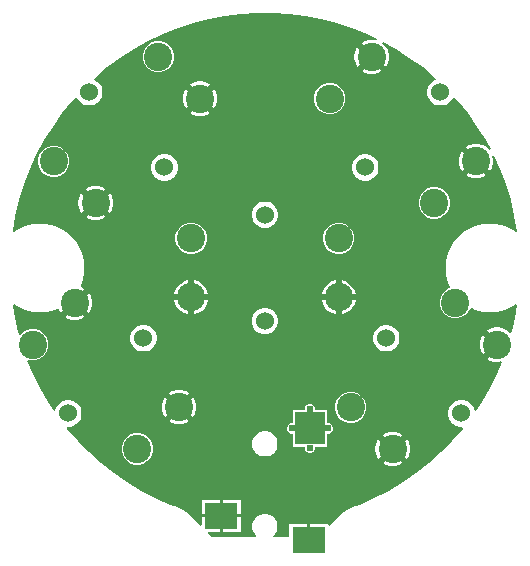
<source format=gtl>
G04*
G04 #@! TF.GenerationSoftware,Altium Limited,Altium Designer,23.8.1 (32)*
G04*
G04 Layer_Physical_Order=1*
G04 Layer_Color=255*
%FSLAX26Y26*%
%MOIN*%
G70*
G04*
G04 #@! TF.SameCoordinates,C2A49AF8-9E88-4C2C-BBB5-2A61B6A386C2*
G04*
G04*
G04 #@! TF.FilePolarity,Positive*
G04*
G01*
G75*
%ADD11R,0.110236X0.086614*%
%ADD12R,0.102362X0.110236*%
%ADD19C,0.094488*%
%ADD20C,0.060000*%
%ADD21C,0.024000*%
G36*
X80793Y846096D02*
X134293Y839268D01*
X187251Y829061D01*
X239457Y815516D01*
X290699Y798686D01*
X340769Y778641D01*
X372666Y763458D01*
X370930Y758747D01*
X363141Y760834D01*
X348068D01*
X333509Y756933D01*
X322664Y750672D01*
X362675Y710661D01*
X402686Y670650D01*
X408947Y681495D01*
X412848Y696054D01*
Y711126D01*
X408947Y725685D01*
X401411Y738739D01*
X391594Y748556D01*
X394636Y752585D01*
X436596Y729239D01*
X481969Y700080D01*
X525401Y668101D01*
X566718Y633433D01*
X569284Y630985D01*
X567535Y625744D01*
X558309Y620418D01*
X550132Y612241D01*
X544351Y602226D01*
X541358Y591057D01*
Y579493D01*
X544351Y568323D01*
X550132Y558309D01*
X558309Y550132D01*
X568323Y544351D01*
X579493Y541358D01*
X591057D01*
X602226Y544351D01*
X612241Y550132D01*
X620418Y558309D01*
X625625Y567328D01*
X630940Y568943D01*
X642345Y556595D01*
X676353Y514735D01*
X707638Y470801D01*
X736073Y424973D01*
X752030Y395191D01*
X747972Y392178D01*
X738739Y401411D01*
X725685Y408947D01*
X711126Y412848D01*
X696054D01*
X681495Y408947D01*
X670650Y402686D01*
X710661Y362675D01*
X750672Y322664D01*
X756933Y333509D01*
X760834Y348068D01*
Y363141D01*
X758363Y372364D01*
X763084Y374061D01*
X783950Y328372D01*
X803198Y277990D01*
X819212Y226488D01*
X831928Y174074D01*
X840927Y123039D01*
X836378Y120137D01*
X836354Y120133D01*
X826211Y126911D01*
X813182Y133875D01*
X799987Y139340D01*
X785850Y143629D01*
X771843Y146415D01*
X757141Y147863D01*
X742859D01*
X728157Y146415D01*
X714150Y143629D01*
X700012Y139340D01*
X686818Y133875D01*
X673789Y126911D01*
X661915Y118976D01*
X650494Y109604D01*
X640396Y99506D01*
X640396Y99506D01*
X631024Y88085D01*
X623089Y76211D01*
X616125Y63182D01*
X610660Y49987D01*
X606371Y35850D01*
X603585Y21843D01*
X602137Y7141D01*
Y-7141D01*
X603585Y-21843D01*
X606371Y-35850D01*
X610660Y-49988D01*
X615700Y-62156D01*
X614230Y-67726D01*
X602317Y-74604D01*
X592590Y-84331D01*
X585712Y-96245D01*
X582152Y-109532D01*
Y-123288D01*
X585712Y-136575D01*
X592590Y-148489D01*
X602317Y-158216D01*
X614230Y-165094D01*
X627518Y-168654D01*
X641274D01*
X654561Y-165094D01*
X666474Y-158216D01*
X676201Y-148489D01*
X683079Y-136576D01*
X688764Y-134681D01*
X700012Y-139340D01*
X714150Y-143629D01*
X728157Y-146415D01*
X742859Y-147863D01*
X757141D01*
X771843Y-146415D01*
X785850Y-143629D01*
X799987Y-139340D01*
X813182Y-133875D01*
X826211Y-126911D01*
X835883Y-120448D01*
X840515Y-123367D01*
X837032Y-147591D01*
X825986Y-200382D01*
X821742Y-215730D01*
X816147Y-217206D01*
X808739Y-209798D01*
X795685Y-202261D01*
X781126Y-198360D01*
X766054D01*
X751495Y-202261D01*
X740650Y-208522D01*
X780661Y-248533D01*
X773590Y-255604D01*
X780661Y-262675D01*
X740650Y-302686D01*
X751495Y-308947D01*
X766054Y-312848D01*
X781126D01*
X785627Y-311642D01*
X788916Y-315408D01*
X773137Y-353080D01*
X749186Y-401405D01*
X722220Y-448112D01*
X703500Y-476249D01*
X698085Y-475361D01*
X696199Y-468323D01*
X690418Y-458309D01*
X682241Y-450132D01*
X672226Y-444350D01*
X661057Y-441358D01*
X649493D01*
X638323Y-444350D01*
X628309Y-450132D01*
X620132Y-458309D01*
X614351Y-468323D01*
X611358Y-479493D01*
Y-491057D01*
X614351Y-502226D01*
X620132Y-512241D01*
X628309Y-520417D01*
X638323Y-526199D01*
X649493Y-529192D01*
X658530D01*
X661008Y-534192D01*
X659682Y-535934D01*
X624362Y-576695D01*
X586529Y-615133D01*
X546333Y-651096D01*
X503938Y-684435D01*
X459515Y-715019D01*
X413240Y-742723D01*
X365302Y-767437D01*
X315892Y-789062D01*
X290552Y-798284D01*
X288570Y-799235D01*
X286466Y-799873D01*
X279704Y-803488D01*
X272791Y-806803D01*
X271033Y-808122D01*
X269094Y-809159D01*
X263166Y-814024D01*
X257034Y-818624D01*
X255566Y-820261D01*
X253867Y-821656D01*
X215407Y-860115D01*
X210787Y-858202D01*
Y-852205D01*
X150669D01*
Y-905512D01*
X140669D01*
Y-852205D01*
X80551D01*
Y-898291D01*
X30310D01*
X28239Y-893291D01*
X33567Y-887962D01*
X39090Y-878396D01*
X41949Y-867727D01*
Y-856682D01*
X39090Y-846013D01*
X33567Y-836447D01*
X25757Y-828637D01*
X16192Y-823115D01*
X5523Y-820256D01*
X-5523D01*
X-16192Y-823115D01*
X-25757Y-828637D01*
X-33567Y-836447D01*
X-39090Y-846013D01*
X-41949Y-856682D01*
Y-867727D01*
X-39090Y-878396D01*
X-33567Y-887962D01*
X-28239Y-893291D01*
X-30310Y-898291D01*
X-177232D01*
X-190824Y-884698D01*
X-188911Y-880079D01*
X-150669D01*
Y-831772D01*
X-210787D01*
Y-858202D01*
X-215407Y-860115D01*
X-253867Y-821656D01*
X-255566Y-820261D01*
X-257034Y-818624D01*
X-263166Y-814023D01*
X-269094Y-809159D01*
X-271033Y-808122D01*
X-272791Y-806803D01*
X-279704Y-803488D01*
X-286466Y-799873D01*
X-288570Y-799235D01*
X-290552Y-798284D01*
X-315892Y-789061D01*
X-365301Y-767438D01*
X-413240Y-742723D01*
X-459515Y-715019D01*
X-503939Y-684435D01*
X-546334Y-651095D01*
X-586530Y-615133D01*
X-624362Y-576695D01*
X-659681Y-535935D01*
X-661008Y-534192D01*
X-658530Y-529192D01*
X-649493D01*
X-638323Y-526199D01*
X-628309Y-520418D01*
X-620132Y-512241D01*
X-614351Y-502226D01*
X-611358Y-491057D01*
Y-479493D01*
X-614351Y-468323D01*
X-620132Y-458309D01*
X-628309Y-450132D01*
X-638323Y-444351D01*
X-649493Y-441358D01*
X-661057D01*
X-672226Y-444351D01*
X-682241Y-450132D01*
X-690418Y-458309D01*
X-696199Y-468323D01*
X-698085Y-475361D01*
X-703500Y-476250D01*
X-722219Y-448113D01*
X-749186Y-401405D01*
X-773137Y-353079D01*
X-791359Y-309577D01*
X-788069Y-305812D01*
X-780468Y-307848D01*
X-766712D01*
X-753424Y-304288D01*
X-741511Y-297410D01*
X-731784Y-287683D01*
X-724906Y-275770D01*
X-721346Y-262482D01*
Y-248726D01*
X-724906Y-235439D01*
X-731784Y-223526D01*
X-741511Y-213799D01*
X-753424Y-206921D01*
X-766712Y-203360D01*
X-780468D01*
X-793755Y-206921D01*
X-805668Y-213799D01*
X-814615Y-222746D01*
X-819911Y-222356D01*
X-825986Y-200382D01*
X-837032Y-147591D01*
X-840515Y-123367D01*
X-835883Y-120448D01*
X-826211Y-126911D01*
X-813182Y-133875D01*
X-799988Y-139340D01*
X-785850Y-143629D01*
X-771843Y-146415D01*
X-757141Y-147863D01*
X-742859D01*
X-728157Y-146415D01*
X-714150Y-143629D01*
X-700013Y-139340D01*
X-692267Y-136132D01*
X-687782Y-138343D01*
X-687739Y-138506D01*
X-681478Y-149350D01*
X-641467Y-109339D01*
X-601456Y-69328D01*
X-612300Y-63067D01*
X-614353Y-58904D01*
X-610660Y-49988D01*
X-606371Y-35850D01*
X-603585Y-21843D01*
X-602137Y-7141D01*
Y7141D01*
X-603585Y21843D01*
X-606371Y35850D01*
X-610660Y49987D01*
X-616125Y63182D01*
X-623089Y76211D01*
X-631024Y88085D01*
X-640396Y99506D01*
X-650494Y109603D01*
X-650494Y109604D01*
X-661915Y118976D01*
X-673789Y126911D01*
X-686818Y133875D01*
X-700013Y139340D01*
X-714150Y143629D01*
X-728157Y146415D01*
X-742859Y147863D01*
X-757141D01*
X-771843Y146415D01*
X-785850Y143629D01*
X-799988Y139340D01*
X-813182Y133875D01*
X-826211Y126911D01*
X-836355Y120133D01*
X-836378Y120137D01*
X-840927Y123039D01*
X-831928Y174073D01*
X-819212Y226488D01*
X-803198Y277990D01*
X-783950Y328372D01*
X-761545Y377433D01*
X-736073Y424972D01*
X-707638Y470801D01*
X-676354Y514735D01*
X-642345Y556595D01*
X-630940Y568943D01*
X-625625Y567328D01*
X-620418Y558309D01*
X-612241Y550132D01*
X-602226Y544351D01*
X-591057Y541358D01*
X-579493D01*
X-568323Y544351D01*
X-558309Y550132D01*
X-550132Y558309D01*
X-544351Y568323D01*
X-541358Y579493D01*
Y591057D01*
X-544351Y602226D01*
X-550132Y612241D01*
X-558309Y620418D01*
X-567535Y625744D01*
X-569284Y630985D01*
X-566718Y633433D01*
X-525400Y668102D01*
X-481969Y700080D01*
X-436598Y729238D01*
X-389468Y755461D01*
X-340769Y778641D01*
X-290699Y798686D01*
X-239457Y815516D01*
X-187251Y829061D01*
X-134293Y839268D01*
X-80793Y846096D01*
X-26967Y849517D01*
X26967D01*
X80793Y846096D01*
D02*
G37*
%LPC*%
G36*
X308522Y736530D02*
X302261Y725685D01*
X298360Y711126D01*
Y696054D01*
X302261Y681495D01*
X308522Y670650D01*
X341462Y703590D01*
X308522Y736530D01*
D02*
G37*
G36*
X-348726Y755834D02*
X-362482D01*
X-375770Y752274D01*
X-387683Y745396D01*
X-397410Y735669D01*
X-404288Y723755D01*
X-407848Y710468D01*
Y696712D01*
X-404288Y683425D01*
X-397410Y671511D01*
X-387683Y661784D01*
X-375770Y654906D01*
X-362482Y651346D01*
X-348726D01*
X-335439Y654906D01*
X-323526Y661784D01*
X-313799Y671511D01*
X-306921Y683425D01*
X-303360Y696712D01*
Y710468D01*
X-306921Y723755D01*
X-313799Y735669D01*
X-323526Y745396D01*
X-335439Y752274D01*
X-348726Y755834D01*
D02*
G37*
G36*
X355604Y689448D02*
X322664Y656508D01*
X333509Y650247D01*
X348068Y646346D01*
X363141D01*
X377700Y650247D01*
X388544Y656508D01*
X355604Y689448D01*
D02*
G37*
G36*
X-208874Y621640D02*
X-223946D01*
X-238506Y617739D01*
X-249350Y611478D01*
X-216410Y578538D01*
X-183470Y611478D01*
X-194315Y617739D01*
X-208874Y621640D01*
D02*
G37*
G36*
X-169328Y597336D02*
X-202268Y564396D01*
X-169328Y531456D01*
X-163067Y542300D01*
X-159166Y556860D01*
Y571932D01*
X-163067Y586491D01*
X-169328Y597336D01*
D02*
G37*
G36*
X-263492D02*
X-269753Y586491D01*
X-273654Y571932D01*
Y556860D01*
X-269753Y542300D01*
X-263492Y531456D01*
X-230552Y564396D01*
X-263492Y597336D01*
D02*
G37*
G36*
X223288Y616640D02*
X209532D01*
X196245Y613079D01*
X184332Y606201D01*
X174604Y596474D01*
X167726Y584561D01*
X164166Y571274D01*
Y557518D01*
X167726Y544230D01*
X174604Y532317D01*
X184332Y522590D01*
X196245Y515712D01*
X209532Y512152D01*
X223288D01*
X236576Y515712D01*
X248489Y522590D01*
X258216Y532317D01*
X265094Y544230D01*
X268654Y557518D01*
Y571274D01*
X265094Y584561D01*
X258216Y596474D01*
X248489Y606201D01*
X236576Y613079D01*
X223288Y616640D01*
D02*
G37*
G36*
X-216410Y550254D02*
X-249350Y517314D01*
X-238506Y511053D01*
X-223946Y507152D01*
X-208874D01*
X-194315Y511053D01*
X-183470Y517314D01*
X-216410Y550254D01*
D02*
G37*
G36*
X656508Y388544D02*
X650247Y377700D01*
X646346Y363141D01*
Y348068D01*
X650247Y333509D01*
X656508Y322665D01*
X689448Y355604D01*
X656508Y388544D01*
D02*
G37*
G36*
X-696712Y407849D02*
X-710468D01*
X-723755Y404288D01*
X-735668Y397410D01*
X-745396Y387683D01*
X-752274Y375770D01*
X-755834Y362483D01*
Y348726D01*
X-752274Y335439D01*
X-745396Y323526D01*
X-735668Y313799D01*
X-723755Y306921D01*
X-710468Y303360D01*
X-696712D01*
X-683424Y306921D01*
X-671511Y313799D01*
X-661784Y323526D01*
X-654906Y335439D01*
X-651346Y348726D01*
Y362483D01*
X-654906Y375770D01*
X-661784Y387683D01*
X-671511Y397410D01*
X-683424Y404288D01*
X-696712Y407849D01*
D02*
G37*
G36*
X703590Y341462D02*
X670650Y308522D01*
X681495Y302261D01*
X696054Y298360D01*
X711126D01*
X725685Y302261D01*
X736530Y308522D01*
X703590Y341462D01*
D02*
G37*
G36*
X-328943Y378642D02*
X-340507D01*
X-351677Y375650D01*
X-361691Y369868D01*
X-369868Y361691D01*
X-375649Y351677D01*
X-378642Y340507D01*
Y328943D01*
X-375649Y317774D01*
X-369868Y307759D01*
X-361691Y299583D01*
X-351677Y293801D01*
X-340507Y290808D01*
X-328943D01*
X-317774Y293801D01*
X-307759Y299583D01*
X-299582Y307759D01*
X-293801Y317774D01*
X-290808Y328943D01*
Y340507D01*
X-293801Y351677D01*
X-299582Y361691D01*
X-307759Y369868D01*
X-317774Y375650D01*
X-328943Y378642D01*
D02*
G37*
G36*
X340507Y378642D02*
X328943D01*
X317774Y375649D01*
X307759Y369868D01*
X299582Y361691D01*
X293801Y351677D01*
X290808Y340507D01*
Y328943D01*
X293801Y317774D01*
X299582Y307759D01*
X307759Y299582D01*
X317774Y293801D01*
X328943Y290808D01*
X340507D01*
X351677Y293801D01*
X361691Y299582D01*
X369868Y307759D01*
X375649Y317774D01*
X378642Y328943D01*
Y340507D01*
X375649Y351677D01*
X369868Y361691D01*
X361691Y369868D01*
X351677Y375649D01*
X340507Y378642D01*
D02*
G37*
G36*
X-556859Y273654D02*
X-571932D01*
X-586491Y269753D01*
X-597335Y263492D01*
X-564396Y230553D01*
X-531456Y263492D01*
X-542300Y269753D01*
X-556859Y273654D01*
D02*
G37*
G36*
X-517314Y249350D02*
X-550254Y216411D01*
X-517314Y183471D01*
X-511053Y194315D01*
X-507152Y208874D01*
Y223946D01*
X-511053Y238506D01*
X-517314Y249350D01*
D02*
G37*
G36*
X-611477D02*
X-617739Y238506D01*
X-621640Y223946D01*
Y208874D01*
X-617739Y194315D01*
X-611478Y183471D01*
X-578538Y216411D01*
X-611477Y249350D01*
D02*
G37*
G36*
X571274Y268654D02*
X557518D01*
X544230Y265094D01*
X532317Y258216D01*
X522590Y248489D01*
X515712Y236576D01*
X512152Y223288D01*
Y209532D01*
X515712Y196245D01*
X522590Y184332D01*
X532317Y174604D01*
X544230Y167726D01*
X557518Y164166D01*
X571274D01*
X584561Y167726D01*
X596474Y174604D01*
X606201Y184332D01*
X613079Y196245D01*
X616640Y209532D01*
Y223288D01*
X613079Y236576D01*
X606201Y248489D01*
X596474Y258216D01*
X584561Y265094D01*
X571274Y268654D01*
D02*
G37*
G36*
X-564396Y202268D02*
X-597336Y169328D01*
X-586491Y163067D01*
X-571932Y159166D01*
X-556859D01*
X-542300Y163067D01*
X-531456Y169328D01*
X-564396Y202268D01*
D02*
G37*
G36*
X5782Y221083D02*
X-5782D01*
X-16951Y218090D01*
X-26966Y212308D01*
X-35143Y204131D01*
X-40924Y194117D01*
X-43917Y182947D01*
Y171384D01*
X-40924Y160214D01*
X-35143Y150200D01*
X-26966Y142023D01*
X-16951Y136241D01*
X-5782Y133248D01*
X5782D01*
X16951Y136241D01*
X26966Y142023D01*
X35143Y150200D01*
X40924Y160214D01*
X43917Y171384D01*
Y182947D01*
X40924Y194117D01*
X35143Y204131D01*
X26966Y212308D01*
X16951Y218090D01*
X5782Y221083D01*
D02*
G37*
G36*
X252941Y150669D02*
X239185D01*
X225898Y147109D01*
X213984Y140231D01*
X204257Y130504D01*
X197379Y118591D01*
X193819Y105303D01*
Y91547D01*
X197379Y78260D01*
X204257Y66347D01*
X213984Y56620D01*
X225898Y49742D01*
X239185Y46181D01*
X252941D01*
X266228Y49742D01*
X278142Y56620D01*
X287869Y66347D01*
X294747Y78260D01*
X298307Y91547D01*
Y105303D01*
X294747Y118591D01*
X287869Y130504D01*
X278142Y140231D01*
X266228Y147109D01*
X252941Y150669D01*
D02*
G37*
G36*
X-239185D02*
X-252941D01*
X-266228Y147109D01*
X-278142Y140231D01*
X-287869Y130504D01*
X-294747Y118591D01*
X-298307Y105303D01*
Y91547D01*
X-294747Y78260D01*
X-287869Y66347D01*
X-278142Y56620D01*
X-266228Y49742D01*
X-252941Y46181D01*
X-239185D01*
X-225898Y49742D01*
X-213984Y56620D01*
X-204257Y66347D01*
X-197379Y78260D01*
X-193819Y91547D01*
Y105303D01*
X-197379Y118591D01*
X-204257Y130504D01*
X-213984Y140231D01*
X-225898Y147109D01*
X-239185Y150669D01*
D02*
G37*
G36*
X256063Y-41841D02*
Y-88425D01*
X302647D01*
X299406Y-76330D01*
X291870Y-63276D01*
X281212Y-52618D01*
X268158Y-45082D01*
X256063Y-41841D01*
D02*
G37*
G36*
X-236063Y-41841D02*
Y-88425D01*
X-189479D01*
X-192720Y-76330D01*
X-200256Y-63276D01*
X-210914Y-52618D01*
X-223968Y-45082D01*
X-236063Y-41841D01*
D02*
G37*
G36*
X-256063Y-41841D02*
X-268158Y-45082D01*
X-281212Y-52618D01*
X-291870Y-63276D01*
X-299406Y-76330D01*
X-302647Y-88425D01*
X-256063D01*
Y-41841D01*
D02*
G37*
G36*
X236063Y-41841D02*
X223968Y-45082D01*
X210914Y-52618D01*
X200256Y-63276D01*
X192720Y-76330D01*
X189479Y-88425D01*
X236063D01*
Y-41841D01*
D02*
G37*
G36*
X-587314Y-83470D02*
X-620254Y-116410D01*
X-587314Y-149350D01*
X-581053Y-138506D01*
X-577152Y-123946D01*
Y-108874D01*
X-581053Y-94315D01*
X-587314Y-83470D01*
D02*
G37*
G36*
X302647Y-108425D02*
X256063D01*
Y-155009D01*
X268158Y-151768D01*
X281212Y-144232D01*
X291870Y-133574D01*
X299406Y-120520D01*
X302647Y-108425D01*
D02*
G37*
G36*
X-256063D02*
X-302647D01*
X-299406Y-120520D01*
X-291870Y-133574D01*
X-281212Y-144232D01*
X-268158Y-151768D01*
X-256063Y-155009D01*
Y-108425D01*
D02*
G37*
G36*
X-189479D02*
X-236063D01*
Y-155009D01*
X-223968Y-151768D01*
X-210914Y-144232D01*
X-200256Y-133574D01*
X-192720Y-120520D01*
X-189479Y-108425D01*
D02*
G37*
G36*
X236063D02*
X189479D01*
X192720Y-120520D01*
X200256Y-133574D01*
X210914Y-144232D01*
X223968Y-151768D01*
X236063Y-155009D01*
Y-108425D01*
D02*
G37*
G36*
X-634396Y-130552D02*
X-667336Y-163492D01*
X-656491Y-169753D01*
X-641932Y-173654D01*
X-626859D01*
X-612300Y-169753D01*
X-601456Y-163492D01*
X-634396Y-130552D01*
D02*
G37*
G36*
X5782Y-133248D02*
X-5782D01*
X-16951Y-136241D01*
X-26966Y-142023D01*
X-35143Y-150199D01*
X-40924Y-160214D01*
X-43917Y-171383D01*
Y-182947D01*
X-40924Y-194117D01*
X-35143Y-204131D01*
X-26966Y-212308D01*
X-16951Y-218090D01*
X-5782Y-221083D01*
X5782D01*
X16951Y-218090D01*
X26966Y-212308D01*
X35143Y-204131D01*
X40924Y-194117D01*
X43917Y-182947D01*
Y-171383D01*
X40924Y-160214D01*
X35143Y-150199D01*
X26966Y-142023D01*
X16951Y-136241D01*
X5782Y-133248D01*
D02*
G37*
G36*
X410507Y-190808D02*
X398943D01*
X387774Y-193801D01*
X377759Y-199582D01*
X369582Y-207759D01*
X363801Y-217774D01*
X360808Y-228943D01*
Y-240507D01*
X363801Y-251677D01*
X369582Y-261691D01*
X377759Y-269868D01*
X387774Y-275649D01*
X398943Y-278642D01*
X410507D01*
X421677Y-275649D01*
X431691Y-269868D01*
X439868Y-261691D01*
X445649Y-251677D01*
X448642Y-240507D01*
Y-228943D01*
X445649Y-217774D01*
X439868Y-207759D01*
X431691Y-199582D01*
X421677Y-193801D01*
X410507Y-190808D01*
D02*
G37*
G36*
X-398943Y-190808D02*
X-410507D01*
X-421677Y-193801D01*
X-431691Y-199583D01*
X-439868Y-207759D01*
X-445649Y-217774D01*
X-448642Y-228943D01*
Y-240507D01*
X-445649Y-251677D01*
X-439868Y-261691D01*
X-431691Y-269868D01*
X-421677Y-275649D01*
X-410507Y-278642D01*
X-398943D01*
X-387774Y-275649D01*
X-377759Y-269868D01*
X-369582Y-261691D01*
X-363801Y-251677D01*
X-360808Y-240507D01*
Y-228943D01*
X-363801Y-217774D01*
X-369582Y-207759D01*
X-377759Y-199583D01*
X-387774Y-193801D01*
X-398943Y-190808D01*
D02*
G37*
G36*
X726508Y-222664D02*
X720247Y-233509D01*
X716346Y-248068D01*
Y-263140D01*
X720247Y-277700D01*
X726508Y-288544D01*
X759448Y-255604D01*
X726508Y-222664D01*
D02*
G37*
G36*
X-278874Y-407152D02*
X-293946D01*
X-308505Y-411053D01*
X-319350Y-417314D01*
X-286410Y-450253D01*
X-253470Y-417314D01*
X-264315Y-411053D01*
X-278874Y-407152D01*
D02*
G37*
G36*
X-333492Y-431456D02*
X-339753Y-442300D01*
X-343654Y-456859D01*
Y-471932D01*
X-339753Y-486491D01*
X-333492Y-497335D01*
X-300552Y-464396D01*
X-333492Y-431456D01*
D02*
G37*
G36*
X-239328D02*
X-272268Y-464396D01*
X-239328Y-497336D01*
X-233067Y-486491D01*
X-229166Y-471932D01*
Y-456859D01*
X-233067Y-442300D01*
X-239328Y-431456D01*
D02*
G37*
G36*
X293288Y-412151D02*
X279532D01*
X266245Y-415712D01*
X254332Y-422590D01*
X244604Y-432317D01*
X237726Y-444230D01*
X234166Y-457517D01*
Y-471274D01*
X237726Y-484561D01*
X244604Y-496474D01*
X254332Y-506201D01*
X266245Y-513079D01*
X279532Y-516640D01*
X293288D01*
X306575Y-513079D01*
X318489Y-506201D01*
X328216Y-496474D01*
X335094Y-484561D01*
X338654Y-471274D01*
Y-457517D01*
X335094Y-444230D01*
X328216Y-432317D01*
X318489Y-422590D01*
X306575Y-415712D01*
X293288Y-412151D01*
D02*
G37*
G36*
X-286410Y-478538D02*
X-319350Y-511478D01*
X-308505Y-517739D01*
X-293946Y-521640D01*
X-278874D01*
X-264315Y-517739D01*
X-253470Y-511478D01*
X-286410Y-478538D01*
D02*
G37*
G36*
X433141Y-546346D02*
X418068D01*
X403509Y-550247D01*
X392665Y-556508D01*
X425604Y-589448D01*
X458544Y-556508D01*
X447700Y-550247D01*
X433141Y-546346D01*
D02*
G37*
G36*
X152988Y-453866D02*
X146225D01*
X139977Y-456454D01*
X135194Y-461236D01*
X132606Y-467485D01*
Y-474248D01*
X131893Y-475315D01*
X93425D01*
Y-518404D01*
X93381Y-518433D01*
X86618D01*
X80370Y-521021D01*
X75588Y-525803D01*
X73000Y-532052D01*
Y-538815D01*
X75588Y-545063D01*
X80370Y-549845D01*
X86618Y-552433D01*
X93381D01*
X93425Y-552462D01*
Y-595551D01*
X131893D01*
X132606Y-596619D01*
Y-603381D01*
X135194Y-609630D01*
X139977Y-614412D01*
X146225Y-617000D01*
X152988D01*
X159236Y-614412D01*
X164018Y-609630D01*
X166606Y-603381D01*
Y-596619D01*
X167320Y-595551D01*
X205787D01*
Y-552462D01*
X205831Y-552433D01*
X212594D01*
X218842Y-549845D01*
X223625Y-545063D01*
X226213Y-538815D01*
Y-532052D01*
X223625Y-525803D01*
X218842Y-521021D01*
X212594Y-518433D01*
X205831D01*
X205787Y-518404D01*
Y-475315D01*
X167320D01*
X166606Y-474248D01*
Y-467485D01*
X164018Y-461236D01*
X159236Y-456454D01*
X152988Y-453866D01*
D02*
G37*
G36*
X5523Y-544665D02*
X-5523D01*
X-16192Y-547524D01*
X-25757Y-553047D01*
X-33567Y-560857D01*
X-39090Y-570423D01*
X-41949Y-581091D01*
Y-592137D01*
X-39090Y-602806D01*
X-33567Y-612371D01*
X-25757Y-620182D01*
X-16192Y-625704D01*
X-5523Y-628563D01*
X5523D01*
X16192Y-625704D01*
X25757Y-620182D01*
X33567Y-612371D01*
X39090Y-602806D01*
X41949Y-592137D01*
Y-581091D01*
X39090Y-570423D01*
X33567Y-560857D01*
X25757Y-553047D01*
X16192Y-547524D01*
X5523Y-544665D01*
D02*
G37*
G36*
X472686Y-570650D02*
X439747Y-603590D01*
X472686Y-636529D01*
X478947Y-625685D01*
X482848Y-611126D01*
Y-596053D01*
X478947Y-581494D01*
X472686Y-570650D01*
D02*
G37*
G36*
X378522Y-570650D02*
X372261Y-581494D01*
X368360Y-596053D01*
Y-611126D01*
X372261Y-625685D01*
X378522Y-636530D01*
X411462Y-603590D01*
X378522Y-570650D01*
D02*
G37*
G36*
X-418726Y-551346D02*
X-432482D01*
X-445770Y-554906D01*
X-457683Y-561784D01*
X-467410Y-571511D01*
X-474288Y-583424D01*
X-477848Y-596712D01*
Y-610468D01*
X-474288Y-623755D01*
X-467410Y-635668D01*
X-457683Y-645396D01*
X-445770Y-652274D01*
X-432482Y-655834D01*
X-418726D01*
X-405439Y-652274D01*
X-393526Y-645396D01*
X-383799Y-635668D01*
X-376921Y-623755D01*
X-373360Y-610468D01*
Y-596712D01*
X-376921Y-583424D01*
X-383799Y-571511D01*
X-393526Y-561784D01*
X-405439Y-554906D01*
X-418726Y-551346D01*
D02*
G37*
G36*
X425604Y-617732D02*
X392664Y-650672D01*
X403509Y-656933D01*
X418068Y-660834D01*
X433141D01*
X447700Y-656933D01*
X458544Y-650672D01*
X425604Y-617732D01*
D02*
G37*
G36*
X-80551Y-773465D02*
X-140669D01*
Y-821772D01*
X-80551D01*
Y-773465D01*
D02*
G37*
G36*
X-150669D02*
X-210787D01*
Y-821772D01*
X-150669D01*
Y-773465D01*
D02*
G37*
G36*
X-80551Y-831772D02*
X-140669D01*
Y-880079D01*
X-80551D01*
Y-831772D01*
D02*
G37*
%LPD*%
D11*
X-145669Y-826772D02*
D03*
X145669Y-905512D02*
D03*
D12*
X149606Y-535433D02*
D03*
D19*
X773590Y-255604D02*
D03*
X634396Y-116410D02*
D03*
X425604Y-603590D02*
D03*
X286410Y-464396D02*
D03*
X-634396Y-116410D02*
D03*
X-773590Y-255604D02*
D03*
X-286410Y-464396D02*
D03*
X-425604Y-603590D02*
D03*
X-216410Y564396D02*
D03*
X-355604Y703590D02*
D03*
X-564396Y216410D02*
D03*
X-703590Y355604D02*
D03*
X355604Y703590D02*
D03*
X216410Y564396D02*
D03*
X703590Y355604D02*
D03*
X564396Y216410D02*
D03*
X246063Y-98425D02*
D03*
Y98425D02*
D03*
X-246063Y-98425D02*
D03*
Y98425D02*
D03*
D20*
X655275Y-485275D02*
D03*
X404725Y-234725D02*
D03*
X-404725Y-234725D02*
D03*
X-655275Y-485275D02*
D03*
X-334725Y334725D02*
D03*
X-585275Y585275D02*
D03*
X585275Y585275D02*
D03*
X334725Y334725D02*
D03*
X0Y-177165D02*
D03*
Y177166D02*
D03*
D21*
X209213Y-535433D02*
D03*
X90000D02*
D03*
X149606Y-470866D02*
D03*
Y-600000D02*
D03*
M02*

</source>
